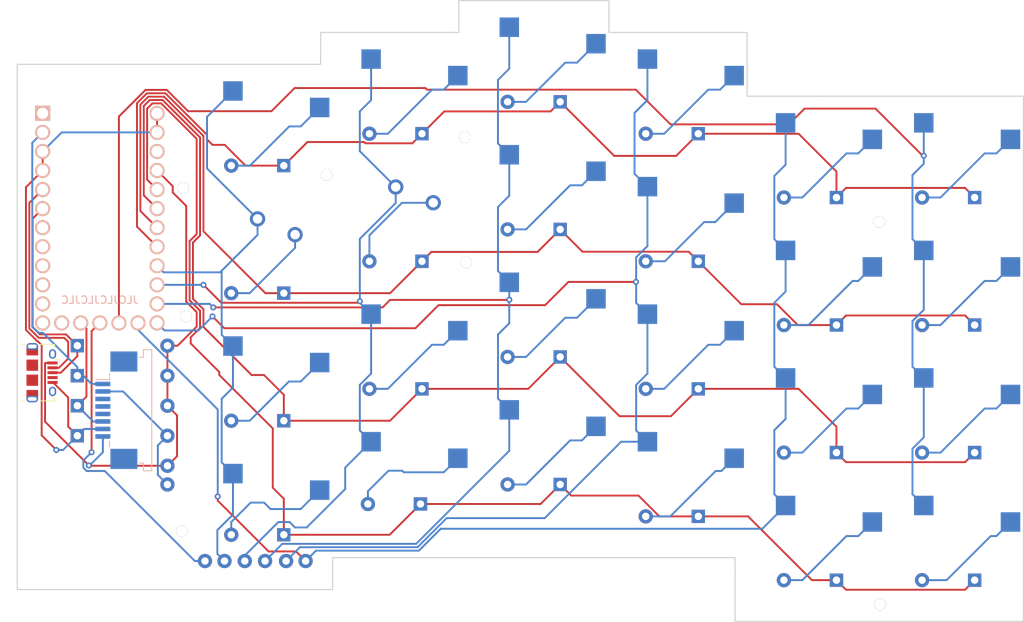
<source format=kicad_pcb>
(kicad_pcb (version 20211014) (generator pcbnew)
  (title_block (title "keyboard") (rev "v1.0.0") (company "Unknown"))
  (layers (0 "F.Cu" signal) (31 "B.Cu" signal) (34 "B.Paste" user) (35 "F.Paste" user) (36 "B.SilkS" user "B.Silkscreen") (37 "F.SilkS" user "F.Silkscreen") (38 "B.Mask" user) (39 "F.Mask" user) (44 "Edge.Cuts" user))
  (net 0 "")
  (net 1 "inner_top")
  (net 2 "B1")
  (net 3 "index_top")
  (net 4 "B3")
  (net 5 "inner_bottom")
  (net 6 "inner_home")
  (net 7 "inner_nums")
  (net 8 "index_bottom")
  (net 9 "index_home")
  (net 10 "index_nums")
  (net 11 "middle_bottom")
  (net 12 "B2")
  (net 13 "middle_home")
  (net 14 "middle_top")
  (net 15 "middle_nums")
  (net 16 "ring_bottom")
  (net 17 "B6")
  (net 18 "ring_home")
  (net 19 "ring_top")
  (net 20 "ring_nums")
  (net 21 "pinky_bottom")
  (net 22 "F0")
  (net 23 "pinky_home")
  (net 24 "pinky_top")
  (net 25 "pinky_nums")
  (net 26 "outer_bottom")
  (net 27 "F1")
  (net 28 "outer_home")
  (net 29 "outer_top")
  (net 30 "outer_nums")
  (net 31 "F4")
  (net 32 "F5")
  (net 33 "F6")
  (net 34 "F7")
  (net 35 "GND")
  (net 36 "RST")
  (net 37 "VCC")
  (net 38 "D3")
  (net 39 "D2")
  (net 40 "D1")
  (net 41 "D0")
  (net 42 "D4")
  (net 43 "C6")
  (net 44 "D7")
  (net 45 "E6")
  (net 46 "B4")
  (net 47 "B5")
  (net 48 "B7")
  (net 49 "D5")
  (net 50 "C7")
  (net 51 "trackpoint_reset")
  (footprint "VIA-0.6mm" (layer "F.Cu") (at 140.1 106)
    (fp_text reference "")
    (fp_text value "")
  )
  (footprint "" (layer "F.Cu") (at 153.8 155.7)
    (fp_text reference "")
    (fp_text value "")
  )
  (footprint "ComboDiode" (layer "F.Cu") (at 150 103 180)
    (fp_text reference "D4" hide)
    (fp_text value "" hide)
  )
  (footprint "ComboDiode" (layer "F.Cu") (at 223.6 124.25 180)
    (fp_text reference "D19" hide)
    (fp_text value "" hide)
  )
  (footprint "PG1350" (layer "F.Cu") (at 223.6 103.25)
    (fp_text reference "S20" hide)
    (fp_text value "" hide)
  )
  (footprint "PG1350" (layer "F.Cu") (at 205.2 128.75)
    (fp_text reference "S14" hide)
    (fp_text value "" hide)
  )
  (footprint "PG1350" (layer "F.Cu") (at 168.4 111.75)
    (fp_text reference "S2" hide)
    (fp_text value "" hide)
  )
  (footprint "ComboDiode" (layer "F.Cu") (at 186.8 111.5 180)
    (fp_text reference "D11" hide)
    (fp_text value "" hide)
  )
  (footprint "ComboDiode" (layer "F.Cu") (at 132 127)
    (fp_text reference "D25" hide)
    (fp_text value "" hide)
  )
  (footprint "ComboDiode" (layer "F.Cu") (at 132 135)
    (fp_text reference "D27" hide)
    (fp_text value "" hide)
  )
  (footprint "ComboDiode" (layer "F.Cu") (at 186.8 145.5 180)
    (fp_text reference "D9" hide)
    (fp_text value "" hide)
  )
  (footprint "PG1350" (layer "F.Cu") (at 205.2 145.75)
    (fp_text reference "S13" hide)
    (fp_text value "" hide)
  )
  (footprint "PG1350" (layer "F.Cu") (at 223.6 120.25)
    (fp_text reference "S19" hide)
    (fp_text value "" hide)
  )
  (footprint "ComboDiode" (layer "F.Cu") (at 242 124.25 180)
    (fp_text reference "D23" hide)
    (fp_text value "" hide)
  )
  (footprint "VIA-0.6mm" (layer "F.Cu") (at 177.6 99.2)
    (fp_text reference "")
    (fp_text value "")
  )
  (footprint "VIA-0.6mm" (layer "F.Cu") (at 139.9 151.7)
    (fp_text reference "")
    (fp_text value "")
  )
  (footprint "PG1350" (layer "F.Cu") (at 205.2 111.75)
    (fp_text reference "S15" hide)
    (fp_text value "" hide)
  )
  (footprint "ComboDiode" (layer "F.Cu") (at 205.2 149.75 180)
    (fp_text reference "D13" hide)
    (fp_text value "" hide)
  )
  (footprint "VIA-0.6mm" (layer "F.Cu") (at 232.8 110.5)
    (fp_text reference "")
    (fp_text value "")
  )
  (footprint "PG1350" (layer "F.Cu") (at 150 99)
    (fp_text reference "S5" hide)
    (fp_text value "" hide)
  )
  (footprint "" (layer "F.Cu") (at 156.4 155.7)
    (fp_text reference "")
    (fp_text value "")
  )
  (footprint "PG1350" (layer "F.Cu") (at 223.6 154.25)
    (fp_text reference "S17" hide)
    (fp_text value "" hide)
  )
  (footprint "PG1350" (layer "F.Cu") (at 223.6 137.25)
    (fp_text reference "S18" hide)
    (fp_text value "" hide)
  )
  (footprint "PG1350" (layer "F.Cu") (at 242 137.25)
    (fp_text reference "S22" hide)
    (fp_text value "" hide)
  )
  (footprint "ComboDiode" (layer "F.Cu") (at 223.6 141.25 180)
    (fp_text reference "D18" hide)
    (fp_text value "" hide)
  )
  (footprint "ComboDiode" (layer "F.Cu") (at 168.4 115.75 180)
    (fp_text reference "D7" hide)
    (fp_text value "" hide)
  )
  (footprint "" (layer "F.Cu") (at 145.6 155.7)
    (fp_text reference "")
    (fp_text value "")
  )
  (footprint "ComboDiode" (layer "F.Cu") (at 168.4 98.75 180)
    (fp_text reference "D8" hide)
    (fp_text value "" hide)
  )
  (footprint "PG1350" (layer "F.Cu") (at 150 133)
    (fp_text reference "S4" hide)
    (fp_text value "" hide)
  )
  (footprint "VIA-0.6mm" (layer "F.Cu") (at 138 143)
    (fp_text reference "REF**" hide)
    (fp_text value "VIA-0.6mm" hide)
  )
  (footprint "" (layer "F.Cu") (at 151 155.7)
    (fp_text reference "")
    (fp_text value "")
  )
  (footprint "PG1350" (layer "F.Cu") (at 186.8 90.5)
    (fp_text reference "S12" hide)
    (fp_text value "" hide)
  )
  (footprint "ComboDiode" (layer "F.Cu") (at 150 137 180)
    (fp_text reference "D2" hide)
    (fp_text value "" hide)
  )
  (footprint "ComboDiode" (layer "F.Cu") (at 132 131)
    (fp_text reference "D26" hide)
    (fp_text value "" hide)
  )
  (footprint "Elite-C-castellated-29pin-holes" (layer "F.Cu") (at 129 110 -90)
    (fp_text reference "")
    (fp_text value "")
  )
  (footprint "PG1350" (layer "F.Cu") (at 205.2 94.75)
    (fp_text reference "S16" hide)
    (fp_text value "" hide)
  )
  (footprint "VIA-0.6mm" (layer "F.Cu") (at 140.5 123.1)
    (fp_text reference "")
    (fp_text value "")
  )
  (footprint "ComboDiode" (layer "F.Cu") (at 168.4 132.75 180)
    (fp_text reference "D6" hide)
    (fp_text value "" hide)
  )
  (footprint "ComboDiode" (layer "F.Cu") (at 168.2 148.1 180)
    (fp_text reference "D5" hide)
    (fp_text value "" hide)
  )
  (footprint "PG1350" (layer "F.Cu") (at 186.8 124.5)
    (fp_text reference "S10" hide)
    (fp_text value "" hide)
  )
  (footprint "ComboDiode" (layer "F.Cu") (at 150 152.2 180)
    (fp_text reference "D1" hide)
    (fp_text value "" hide)
  )
  (footprint "PG1350" (layer "F.Cu") (at 186.8 107.5)
    (fp_text reference "S11" hide)
    (fp_text value "" hide)
  )
  (footprint "ComboDiode" (layer "F.Cu") (at 242 158.25 180)
    (fp_text reference "D21" hide)
    (fp_text value "" hide)
  )
  (footprint "PG1350" (layer "F.Cu") (at 168.4 128.75)
    (fp_text reference "S7" hide)
    (fp_text value "" hide)
  )
  (footprint "" (layer "F.Cu") (at 143 155.7)
    (fp_text reference "")
    (fp_text value "")
  )
  (footprint "PG1350" (layer "F.Cu") (at 242 103.25)
    (fp_text reference "S24" hide)
    (fp_text value "" hide)
  )
  (footprint "VIA-0.6mm" (layer "F.Cu") (at 232.9 161.5)
    (fp_text reference "")
    (fp_text value "")
  )
  (footprint "ComboDiode" (layer "F.Cu") (at 186.8 128.5 180)
    (fp_text reference "D10" hide)
    (fp_text value "" hide)
  )
  (footprint "ComboDiode" (layer "F.Cu") (at 242 107.25 180)
    (fp_text reference "D24" hide)
    (fp_text value "" hide)
  )
  (footprint "VIA-0.6mm" (layer "F.Cu") (at 138 145.5)
    (fp_text reference "REF**" hide)
    (fp_text value "VIA-0.6mm" hide)
  )
  (footprint "PG1350" (layer "F.Cu") (at 242 120.25)
    (fp_text reference "S23" hide)
    (fp_text value "" hide)
  )
  (footprint "PG1350" (layer "F.Cu") (at 168.4 94.75)
    (fp_text reference "S8" hide)
    (fp_text value "" hide)
  )
  (footprint "PG1350" (layer "F.Cu") (at 186.8 141.5)
    (fp_text reference "S9" hide)
    (fp_text value "" hide)
  )
  (footprint "ComboDiode" (layer "F.Cu") (at 205.2 98.75 180)
    (fp_text reference "D16" hide)
    (fp_text value "" hide)
  )
  (footprint "PG1350" (layer "F.Cu") (at 150 116)
    (fp_text reference "S1" hide)
    (fp_text value "" hide)
  )
  (footprint "" (layer "F.Cu") (at 148.3 155.7)
    (fp_text reference "")
    (fp_text value "")
  )
  (footprint "PG1350" (layer "F.Cu") (at 242 154.25)
    (fp_text reference "S21" hide)
    (fp_text value "" hide)
  )
  (footprint "VIA-0.6mm" (layer "F.Cu") (at 177.8 115.9)
    (fp_text reference "")
    (fp_text value "")
  )
  (footprint "ComboDiode" (layer "F.Cu") (at 186.8 94.5 180)
    (fp_text reference "D12" hide)
    (fp_text value "" hide)
  )
  (footprint "ComboDiode" (layer "F.Cu") (at 150 120 180)
    (fp_text reference "D3" hide)
    (fp_text value "" hide)
  )
  (footprint "ComboDiode" (layer "F.Cu") (at 205.2 115.75 180)
    (fp_text reference "D15" hide)
    (fp_text value "" hide)
  )
  (footprint "ComboDiode" (layer "F.Cu") (at 132 139)
    (fp_text reference "D28" hide)
    (fp_text value "" hide)
  )
  (footprint "Connector_USB:USB_Micro-B_Amphenol_10118194_Horizontal" (layer "F.Cu") (at 121.3 130.6 -90)
    (fp_text reference "")
    (fp_text value "USB_Micro-B_Amphenol_10118194_Horizontal")
  )
  (footprint "ComboDiode" (layer "F.Cu") (at 205.2 132.75 180)
    (fp_text reference "D14" hide)
    (fp_text value "" hide)
  )
  (footprint "VIA-0.6mm" (layer "F.Cu") (at 159.2 104.25)
    (fp_text reference "")
    (fp_text value "")
  )
  (footprint "ComboDiode" (layer "F.Cu") (at 242 141.25 180)
    (fp_text reference "D22" hide)
    (fp_text value "" hide)
  )
  (footprint "PG1350" (layer "F.Cu") (at 150 150)
    (fp_text reference "S3" hide)
    (fp_text value "" hide)
  )
  (footprint "ComboDiode" (layer "F.Cu") (at 223.6 158.25 180)
    (fp_text reference "D17" hide)
    (fp_text value "" hide)
  )
  (footprint "ComboDiode" (layer "F.Cu") (at 223.6 107.25 180)
    (fp_text reference "D20" hide)
    (fp_text value "" hide)
  )
  (footprint "PG1350" (layer "F.Cu") (at 168.4 145.75)
    (fp_text reference "S6" hide)
    (fp_text value "" hide)
  )
  (footprint "Connector_FFC-FPC:TE_84952-8_1x08-1MP_P1.0mm_Horizontal" (layer "B.Cu") (at 131.2 135.6 -90)
    (fp_text reference "")
    (fp_text value "TE_84952-8_1x08-1MP_P1.0mm_Horizontal")
  )
  (gr_line (start 118 89.5) (end 118 159.5) (layer "Edge.Cuts") (width 0.15))
  (gr_line (start 215.2 92.25) (end 215.2 85.25) (layer "Edge.Cuts") (width 0.15))
  (gr_line (start 215.2 92.25) (end 215.2 93.75) (layer "Edge.Cuts") (width 0.15))
  (gr_line (start 160 155.25) (end 213.6 155.25) (layer "Edge.Cuts") (width 0.15))
  (gr_line (start 176.8 81) (end 176.8 85.25) (layer "Edge.Cuts") (width 0.15))
  (gr_line (start 118 89.5) (end 158.4 89.5) (layer "Edge.Cuts") (width 0.15))
  (gr_line (start 160 159.5) (end 160 155.25) (layer "Edge.Cuts") (width 0.15))
  (gr_line (start 196.8 85.25) (end 196.8 81) (layer "Edge.Cuts") (width 0.15))
  (gr_line (start 213.6 156.75) (end 213.6 163.75) (layer "Edge.Cuts") (width 0.15))
  (gr_line (start 225.2 93.75) (end 252 93.75) (layer "Edge.Cuts") (width 0.15))
  (gr_line (start 213.6 156.75) (end 213.6 155.25) (layer "Edge.Cuts") (width 0.15))
  (gr_line (start 158.4 85.25) (end 158.4 89.5) (layer "Edge.Cuts") (width 0.15))
  (gr_line (start 196.8 81) (end 176.8 81) (layer "Edge.Cuts") (width 0.15))
  (gr_line (start 158.4 85.25) (end 176.8 85.25) (layer "Edge.Cuts") (width 0.15))
  (gr_line (start 118 159.5) (end 160 159.5) (layer "Edge.Cuts") (width 0.15))
  (gr_line (start 196.8 85.25) (end 215.2 85.25) (layer "Edge.Cuts") (width 0.15))
  (gr_line (start 252 163.75) (end 252 93.75) (layer "Edge.Cuts") (width 0.15))
  (gr_line (start 213.6 163.75) (end 252 163.75) (layer "Edge.Cuts") (width 0.15))
  (gr_line (start 215.2 93.75) (end 225.2 93.75) (layer "Edge.Cuts") (width 0.15))
  (gr_text "JLCJLCJLCJLC" (at 129 120.9) (layer "B.SilkS") (effects (font (size 1 1)) (justify mirror)))
  (segment (start 155 113.954323) (end 148.954323 120) (width 0.25) (layer "B.Cu") (net 1))
  (segment (start 155 112.2) (end 155 113.954323) (width 0.25) (layer "B.Cu") (net 1))
  (segment (start 148.954323 120) (end 146.5 120) (width 0.25) (layer "B.Cu") (net 1))
  (segment (start 144.6475 154.7475) (end 144.6475 151.585508) (width 0.25) (layer "B.Cu") (net 2))
  (segment (start 145.222989 125.547989) (end 145.222989 117.010019) (width 0.25) (layer "B.Cu") (net 2))
  (segment (start 137.495421 117.225421) (end 136.62 116.35) (width 0.25) (layer "B.Cu") (net 2))
  (segment (start 146.725 127.05) (end 145.222989 125.547989) (width 0.25) (layer "B.Cu") (net 2))
  (segment (start 150 112.233008) (end 150 110.1) (width 0.25) (layer "B.Cu") (net 2))
  (segment (start 145.6 155.7) (end 144.6475 154.7475) (width 0.25) (layer "B.Cu") (net 2))
  (segment (start 144.6475 151.585508) (end 146.725 149.508008) (width 0.25) (layer "B.Cu") (net 2))
  (segment (start 143.274579 96.500421) (end 146.725 93.05) (width 0.25) (layer "B.Cu") (net 2))
  (segment (start 150 110.1) (end 143.274579 103.374579) (width 0.25) (layer "B.Cu") (net 2))
  (segment (start 145.222989 117.010019) (end 145.007587 117.225421) (width 0.25) (layer "B.Cu") (net 2))
  (segment (start 145.222989 142.547989) (end 145.222989 134.077011) (width 0.25) (layer "B.Cu") (net 2))
  (segment (start 146.725 149.508008) (end 146.725 144.05) (width 0.25) (layer "B.Cu") (net 2))
  (segment (start 146.725 132.575) (end 146.725 127.05) (width 0.25) (layer "B.Cu") (net 2))
  (segment (start 146.725 144.05) (end 145.222989 142.547989) (width 0.25) (layer "B.Cu") (net 2))
  (segment (start 145.222989 117.010019) (end 150 112.233008) (width 0.25) (layer "B.Cu") (net 2))
  (segment (start 145.007587 117.225421) (end 137.495421 117.225421) (width 0.25) (layer "B.Cu") (net 2))
  (segment (start 145.222989 134.077011) (end 146.725 132.575) (width 0.25) (layer "B.Cu") (net 2))
  (segment (start 143.274579 103.374579) (end 143.274579 96.500421) (width 0.25) (layer "B.Cu") (net 2))
  (segment (start 164.9 112.295677) (end 169.245677 107.95) (width 0.25) (layer "B.Cu") (net 3))
  (segment (start 164.9 115.75) (end 164.9 112.295677) (width 0.25) (layer "B.Cu") (net 3))
  (segment (start 169.245677 107.95) (end 173.4 107.95) (width 0.25) (layer "B.Cu") (net 3))
  (segment (start 145.177011 121.277011) (end 163.422989 121.277011) (width 0.25) (layer "F.Cu") (net 4))
  (segment (start 142.8 118.9) (end 145.177011 121.277011) (width 0.25) (layer "F.Cu") (net 4))
  (segment (start 163.422989 121.277011) (end 163.6 121.1) (width 0.25) (layer "F.Cu") (net 4))
  (via (at 142.8 118.9) (size 0.8) (drill 0.4) (layers "F.Cu" "B.Cu") (net 4))
  (via (at 163.622989 121.077011) (size 0.8) (drill 0.4) (layers "F.Cu" "B.Cu") (net 4))
  (segment (start 163.622989 112.760019) (end 163.622989 121.077011) (width 0.25) (layer "B.Cu") (net 4))
  (segment (start 148.3 154.972978) (end 152.765391 150.507587) (width 0.25) (layer "B.Cu") (net 4))
  (segment (start 154.992413 151.225421) (end 156.548601 151.225421) (width 0.25) (layer "B.Cu") (net 4))
  (segment (start 163.622989 121.297989) (end 165.125 122.8) (width 0.25) (layer "B.Cu") (net 4))
  (segment (start 148.3 155.7) (end 148.3 154.972978) (width 0.25) (layer "B.Cu") (net 4))
  (segment (start 163.622989 95.760019) (end 163.622989 101.072989) (width 0.25) (layer "B.Cu") (net 4))
  (segment (start 163.622989 121.077011) (end 163.622989 121.297989) (width 0.25) (layer "B.Cu") (net 4))
  (segment (start 168.4 105.85) (end 168.4 107.983008) (width 0.25) (layer "B.Cu") (net 4))
  (segment (start 161.674579 143.250421) (end 165.125 139.8) (width 0.25) (layer "B.Cu") (net 4))
  (segment (start 165.125 94.258008) (end 163.622989 95.760019) (width 0.25) (layer "B.Cu") (net 4))
  (segment (start 142.79 118.89) (end 142.8 118.9) (width 0.25) (layer "B.Cu") (net 4))
  (segment (start 136.62 118.89) (end 142.79 118.89) (width 0.25) (layer "B.Cu") (net 4))
  (segment (start 154.274579 150.507587) (end 154.992413 151.225421) (width 0.25) (layer "B.Cu") (net 4))
  (segment (start 161.674579 146.099443) (end 161.674579 143.250421) (width 0.25) (layer "B.Cu") (net 4))
  (segment (start 168.4 107.983008) (end 163.622989 112.760019) (width 0.25) (layer "B.Cu") (net 4))
  (segment (start 165.125 130.719033) (end 163.622989 132.221044) (width 0.25) (layer "B.Cu") (net 4))
  (segment (start 165.125 88.8) (end 165.125 94.258008) (width 0.25) (layer "B.Cu") (net 4))
  (segment (start 156.548601 151.225421) (end 161.674579 146.099443) (width 0.25) (layer "B.Cu") (net 4))
  (segment (start 152.765391 150.507587) (end 154.274579 150.507587) (width 0.25) (layer "B.Cu") (net 4))
  (segment (start 163.622989 101.072989) (end 168.4 105.85) (width 0.25) (layer "B.Cu") (net 4))
  (segment (start 165.125 122.8) (end 165.125 130.719033) (width 0.25) (layer "B.Cu") (net 4))
  (segment (start 163.622989 132.221044) (end 163.622989 138.297989) (width 0.25) (layer "B.Cu") (net 4))
  (segment (start 163.622989 138.297989) (end 165.125 139.8) (width 0.25) (layer "B.Cu") (net 4))
  (segment (start 158.275 146.25) (end 155.750421 148.774579) (width 0.25) (layer "B.Cu") (net 5))
  (segment (start 146.5 150.5) (end 146.5 152.2) (width 0.25) (layer "B.Cu") (net 5))
  (segment (start 150.865302 147.910979) (end 149.089021 147.910979) (width 0.25) (layer "B.Cu") (net 5))
  (segment (start 151.728902 148.774579) (end 150.865302 147.910979) (width 0.25) (layer "B.Cu") (net 5))
  (segment (start 155.750421 148.774579) (end 151.728902 148.774579) (width 0.25) (layer "B.Cu") (net 5))
  (segment (start 149.089021 147.910979) (end 146.5 150.5) (width 0.25) (layer "B.Cu") (net 5))
  (segment (start 154.179744 131.774579) (end 148.954323 137) (width 0.25) (layer "B.Cu") (net 6))
  (segment (start 158.275 129.25) (end 155.750421 131.774579) (width 0.25) (layer "B.Cu") (net 6))
  (segment (start 148.954323 137) (end 146.5 137) (width 0.25) (layer "B.Cu") (net 6))
  (segment (start 155.750421 131.774579) (end 154.179744 131.774579) (width 0.25) (layer "B.Cu") (net 6))
  (segment (start 154.225421 97.774579) (end 149 103) (width 0.25) (layer "B.Cu") (net 7))
  (segment (start 149 103) (end 146.5 103) (width 0.25) (layer "B.Cu") (net 7))
  (segment (start 158.275 95.25) (end 155.750421 97.774579) (width 0.25) (layer "B.Cu") (net 7))
  (segment (start 155.750421 97.774579) (end 154.225421 97.774579) (width 0.25) (layer "B.Cu") (net 7))
  (segment (start 169.478844 143.874521) (end 169.265302 143.660979) (width 0.25) (layer "B.Cu") (net 8))
  (segment (start 174.800479 143.874521) (end 169.478844 143.874521) (width 0.25) (layer "B.Cu") (net 8))
  (segment (start 169.265302 143.660979) (end 167.439021 143.660979) (width 0.25) (layer "B.Cu") (net 8))
  (segment (start 164.7 146.4) (end 164.7 148.1) (width 0.25) (layer "B.Cu") (net 8))
  (segment (start 176.675 142) (end 174.800479 143.874521) (width 0.25) (layer "B.Cu") (net 8))
  (segment (start 167.439021 143.660979) (end 164.7 146.4) (width 0.25) (layer "B.Cu") (net 8))
  (segment (start 176.675 125) (end 174.800479 126.874521) (width 0.25) (layer "B.Cu") (net 9))
  (segment (start 167.354323 132.75) (end 164.9 132.75) (width 0.25) (layer "B.Cu") (net 9))
  (segment (start 173.229802 126.874521) (end 167.354323 132.75) (width 0.25) (layer "B.Cu") (net 9))
  (segment (start 174.800479 126.874521) (end 173.229802 126.874521) (width 0.25) (layer "B.Cu") (net 9))
  (segment (start 167.354323 98.75) (end 173.229802 92.874521) (width 0.25) (layer "B.Cu") (net 10))
  (segment (start 173.229802 92.874521) (end 174.800479 92.874521) (width 0.25) (layer "B.Cu") (net 10))
  (segment (start 174.800479 92.874521) (end 176.675 91) (width 0.25) (layer "B.Cu") (net 10))
  (segment (start 164.9 98.75) (end 167.354323 98.75) (width 0.25) (layer "B.Cu") (net 10))
  (segment (start 185.754323 145.5) (end 183.3 145.5) (width 0.25) (layer "B.Cu") (net 11))
  (segment (start 191.629802 139.624521) (end 185.754323 145.5) (width 0.25) (layer "B.Cu") (net 11))
  (segment (start 193.200479 139.624521) (end 191.629802 139.624521) (width 0.25) (layer "B.Cu") (net 11))
  (segment (start 195.075 137.75) (end 193.200479 139.624521) (width 0.25) (layer "B.Cu") (net 11))
  (segment (start 144.1 121.9) (end 166.649026 121.9) (width 0.25) (layer "F.Cu") (net 12))
  (segment (start 183.4 120.9) (end 183.5 120.9) (width 0.25) (layer "F.Cu") (net 12))
  (segment (start 166.649026 121.9) (end 167.649026 120.9) (width 0.25) (layer "F.Cu") (net 12))
  (segment (start 167.649026 120.9) (end 183.4 120.9) (width 0.25) (layer "F.Cu") (net 12))
  (via (at 183.525 120.875) (size 0.8) (drill 0.4) (layers "F.Cu" "B.Cu") (net 12))
  (via (at 144.1 121.9) (size 0.8) (drill 0.4) (layers "F.Cu" "B.Cu") (net 12))
  (segment (start 143.63 121.43) (end 144.1 121.9) (width 0.25) (layer "B.Cu") (net 12))
  (segment (start 182.022989 117.047989) (end 182.022989 108.510019) (width 0.25) (layer "B.Cu") (net 12))
  (segment (start 182.022989 134.047989) (end 182.022989 125.510019) (width 0.25) (layer "B.Cu") (net 12))
  (segment (start 182.022989 108.510019) (end 183.525 107.008008) (width 0.25) (layer "B.Cu") (net 12))
  (segment (start 182.016504 100.041504) (end 182.016504 91.583496) (width 0.25) (layer "B.Cu") (net 12))
  (segment (start 183.525 124.008008) (end 183.525 120.875) (width 0.25) (layer "B.Cu") (net 12))
  (segment (start 182.016504 91.583496) (end 183.525 90.075) (width 0.25) (layer "B.Cu") (net 12))
  (segment (start 183.525 101.55) (end 182.016504 100.041504) (width 0.25) (layer "B.Cu") (net 12))
  (segment (start 183.525 118.55) (end 182.022989 117.047989) (width 0.25) (layer "B.Cu") (net 12))
  (segment (start 136.62 121.43) (end 143.63 121.43) (width 0.25) (layer "B.Cu") (net 12))
  (segment (start 171.119497 153.413511) (end 183.525 141.008008) (width 0.25) (layer "B.Cu") (net 12))
  (segment (start 151 155.7) (end 153.286489 153.413511) (width 0.25) (layer "B.Cu") (net 12))
  (segment (start 183.525 90.075) (end 183.525 84.55) (width 0.25) (layer "B.Cu") (net 12))
  (segment (start 183.525 135.55) (end 182.022989 134.047989) (width 0.25) (layer "B.Cu") (net 12))
  (segment (start 183.525 120.875) (end 183.525 118.55) (width 0.25) (layer "B.Cu") (net 12))
  (segment (start 182.022989 125.510019) (end 183.525 124.008008) (width 0.25) (layer "B.Cu") (net 12))
  (segment (start 153.286489 153.413511) (end 171.119497 153.413511) (width 0.25) (layer "B.Cu") (net 12))
  (segment (start 183.525 107.008008) (end 183.525 101.55) (width 0.25) (layer "B.Cu") (net 12))
  (segment (start 183.525 141.008008) (end 183.525 135.55) (width 0.25) (layer "B.Cu") (net 12))
  (segment (start 185.754323 128.5) (end 183.3 128.5) (width 0.25) (layer "B.Cu") (net 13))
  (segment (start 195.075 120.75) (end 192.550421 123.274579) (width 0.25) (layer "B.Cu") (net 13))
  (segment (start 190.979744 123.274579) (end 185.754323 128.5) (width 0.25) (layer "B.Cu") (net 13))
  (segment (start 192.550421 123.274579) (end 190.979744 123.274579) (width 0.25) (layer "B.Cu") (net 13))
  (segment (start 193.200479 105.624521) (end 191.629802 105.624521) (width 0.25) (layer "B.Cu") (net 14))
  (segment (start 191.629802 105.624521) (end 185.754323 111.5) (width 0.25) (layer "B.Cu") (net 14))
  (segment (start 185.754323 111.5) (end 183.3 111.5) (width 0.25) (layer "B.Cu") (net 14))
  (segment (start 195.075 103.75) (end 193.200479 105.624521) (width 0.25) (layer "B.Cu") (net 14))
  (segment (start 195.075 86.75) (end 192.550421 89.274579) (width 0.25) (layer "B.Cu") (net 15))
  (segment (start 185.754323 94.5) (end 183.3 94.5) (width 0.25) (layer "B.Cu") (net 15))
  (segment (start 190.979744 89.274579) (end 185.754323 94.5) (width 0.25) (layer "B.Cu") (net 15))
  (segment (start 192.550421 89.274579) (end 190.979744 89.274579) (width 0.25) (layer "B.Cu") (net 15))
  (segment (start 204.966992 149.75) (end 211.016992 143.7) (width 0.25) (layer "B.Cu") (net 16))
  (segment (start 211.775 143.7) (end 213.475 142) (width 0.25) (layer "B.Cu") (net 16))
  (segment (start 201.7 149.75) (end 204.966992 149.75) (width 0.25) (layer "B.Cu") (net 16))
  (segment (start 211.016992 143.7) (end 211.775 143.7) (width 0.25) (layer "B.Cu") (net 16))
  (segment (start 200.4 118.5) (end 200.5 118.5) (width 0.25) (layer "F.Cu") (net 17))
  (segment (start 171.025479 124.674521) (end 174.1 121.6) (width 0.25) (layer "F.Cu") (net 17))
  (segment (start 188.299026 121.6) (end 191.399026 118.5) (width 0.25) (layer "F.Cu") (net 17))
  (segment (start 144 123.1) (end 145.574521 124.674521) (width 0.25) (layer "F.Cu") (net 17))
  (segment (start 174.1 121.6) (end 188.299026 121.6) (width 0.25) (layer "F.Cu") (net 17))
  (segment (start 145.574521 124.674521) (end 171.025479 124.674521) (width 0.25) (layer "F.Cu") (net 17))
  (segment (start 191.399026 118.5) (end 200.4 118.5) (width 0.25) (layer "F.Cu") (net 17))
  (via (at 144 123.1) (size 0.8) (drill 0.4) (layers "F.Cu" "B.Cu") (net 17))
  (via (at 200.4 118.5) (size 0.8) (drill 0.4) (layers "F.Cu" "B.Cu") (net 17))
  (segment (start 200.207587 95.975421) (end 201.925 94.258008) (width 0.25) (layer "B.Cu") (net 17))
  (segment (start 142.13 124.97) (end 144 123.1) (width 0.25) (layer "B.Cu") (net 17))
  (segment (start 171.305694 153.863031) (end 175.184363 149.984363) (width 0.25) (layer "B.Cu") (net 17))
  (segment (start 175.184363 149.984363) (end 188.242659 149.984363) (width 0.25) (layer "B.Cu") (net 17))
  (segment (start 198.427022 139.8) (end 201.925 139.8) (width 0.25) (layer "B.Cu") (net 17))
  (segment (start 201.925 94.258008) (end 201.925 88.8) (width 0.25) (layer "B.Cu") (net 17))
  (segment (start 201.925 105.8) (end 201.925 113.719033) (width 0.25) (layer "B.Cu") (net 17))
  (segment (start 137.62 124.97) (end 142.13 124.97) (width 0.25) (layer "B.Cu") (net 17))
  (segment (start 155.636969 153.863031) (end 171.305694 153.863031) (width 0.25) (layer "B.Cu") (net 17))
  (segment (start 201.925 105.8) (end 200.207587 104.082587) (width 0.25) (layer "B.Cu") (net 17))
  (segment (start 201.925 130.719033) (end 200.422989 132.221044) (width 0.25) (layer "B.Cu") (net 17))
  (segment (start 201.925 122.8) (end 201.925 130.719033) (width 0.25) (layer "B.Cu") (net 17))
  (segment (start 200.422989 138.297989) (end 201.925 139.8) (width 0.25) (layer "B.Cu") (net 17))
  (segment (start 200.207587 104.082587) (end 200.207587 95.975421) (width 0.25) (layer "B.Cu") (net 17))
  (segment (start 136.62 123.97) (end 137.62 124.97) (width 0.25) (layer "B.Cu") (net 17))
  (segment (start 200.422989 132.221044) (end 200.422989 138.297989) (width 0.25) (layer "B.Cu") (net 17))
  (segment (start 188.242659 149.984363) (end 198.427022 139.8) (width 0.25) (layer "B.Cu") (net 17))
  (segment (start 153.8 155.7) (end 155.636969 153.863031) (width 0.25) (layer "B.Cu") (net 17))
  (segment (start 201.925 113.719033) (end 200.422989 115.221044) (width 0.25) (layer "B.Cu") (net 17))
  (segment (start 200.422989 115.221044) (end 200.422989 121.297989) (width 0.25) (layer "B.Cu") (net 17))
  (segment (start 200.422989 121.297989) (end 201.925 122.8) (width 0.25) (layer "B.Cu") (net 17))
  (segment (start 211.600479 126.874521) (end 213.475 125) (width 0.25) (layer "B.Cu") (net 18))
  (segment (start 210.029802 126.874521) (end 211.600479 126.874521) (width 0.25) (layer "B.Cu") (net 18))
  (segment (start 204.154323 132.75) (end 210.029802 126.874521) (width 0.25) (layer "B.Cu") (net 18))
  (segment (start 201.7 132.75) (end 204.154323 132.75) (width 0.25) (layer "B.Cu") (net 18))
  (segment (start 213.475 108) (end 210.950421 110.524579) (width 0.25) (layer "B.Cu") (net 19))
  (segment (start 209.475421 110.524579) (end 204.25 115.75) (width 0.25) (layer "B.Cu") (net 19))
  (segment (start 204.25 115.75) (end 201.7 115.75) (width 0.25) (layer "B.Cu") (net 19))
  (segment (start 210.950421 110.524579) (end 209.475421 110.524579) (width 0.25) (layer "B.Cu") (net 19))
  (segment (start 211.600479 92.874521) (end 213.475 91) (width 0.25) (layer "B.Cu") (net 20))
  (segment (start 204.154323 98.75) (end 210.029802 92.874521) (width 0.25) (layer "B.Cu") (net 20))
  (segment (start 201.7 98.75) (end 204.154323 98.75) (width 0.25) (layer "B.Cu") (net 20))
  (segment (start 210.029802 92.874521) (end 211.600479 92.874521) (width 0.25) (layer "B.Cu") (net 20))
  (segment (start 222.554323 158.25) (end 228.429802 152.374521) (width 0.25) (layer "B.Cu") (net 21))
  (segment (start 228.429802 152.374521) (end 230.000479 152.374521) (width 0.25) (layer "B.Cu") (net 21))
  (segment (start 220.1 158.25) (end 222.554323 158.25) (width 0.25) (layer "B.Cu") (net 21))
  (segment (start 230.000479 152.374521) (end 231.875 150.5) (width 0.25) (layer "B.Cu") (net 21))
  (segment (start 155.122989 154.422989) (end 156.4 155.7) (width 0.25) (layer "F.Cu") (net 22))
  (segment (start 144.7 147.1) (end 144.7 147.654323) (width 0.25) (layer "F.Cu") (net 22))
  (segment (start 151.468666 154.422989) (end 155.122989 154.422989) (width 0.25) (layer "F.Cu") (net 22))
  (segment (start 144.7 147.654323) (end 151.468666 154.422989) (width 0.25) (layer "F.Cu") (net 22))
  (via (at 144.7 147.1) (size 0.8) (drill 0.4) (layers "F.Cu" "B.Cu") (net 22))
  (segment (start 171.491892 154.312551) (end 174.404443 151.4) (width 0.25) (layer "B.Cu") (net 22))
  (segment (start 218.822989 129.797989) (end 218.822989 121.277011) (width 0.25) (layer "B.Cu") (net 22))
  (segment (start 144.7 135.505967) (end 144.7 147.1) (width 0.25) (layer "B.Cu") (net 22))
  (segment (start 134.08 124.885967) (end 144.7 135.505967) (width 0.25) (layer "B.Cu") (net 22))
  (segment (start 220.325 148.3) (end 218.822989 146.797989) (width 0.25) (layer "B.Cu") (net 22))
  (segment (start 157.787449 154.312551) (end 171.491892 154.312551) (width 0.25) (layer "B.Cu") (net 22))
  (segment (start 220.325 131.3) (end 218.822989 129.797989) (width 0.25) (layer "B.Cu") (net 22))
  (segment (start 174.404443 151.4) (end 217.225 151.4) (width 0.25) (layer "B.Cu") (net 22))
  (segment (start 218.822989 146.797989) (end 218.822989 138.260019) (width 0.25) (layer "B.Cu") (net 22))
  (segment (start 220.325 102.875) (end 220.325 97.3) (width 0.25) (layer "B.Cu") (net 22))
  (segment (start 156.4 155.7) (end 157.787449 154.312551) (width 0.25) (layer "B.Cu") (net 22))
  (segment (start 217.225 151.4) (end 220.325 148.3) (width 0.25) (layer "B.Cu") (net 22))
  (segment (start 134.08 123.97) (end 134.08 124.885967) (width 0.25) (layer "B.Cu") (net 22))
  (segment (start 220.325 136.758008) (end 220.325 131.3) (width 0.25) (layer "B.Cu") (net 22))
  (segment (start 220.325 119.775) (end 220.325 114.3) (width 0.25) (layer "B.Cu") (net 22))
  (segment (start 220.325 114.3) (end 218.822989 112.797989) (width 0.25) (layer "B.Cu") (net 22))
  (segment (start 218.822989 112.797989) (end 218.822989 104.377011) (width 0.25) (layer "B.Cu") (net 22))
  (segment (start 218.822989 104.377011) (end 220.325 102.875) (width 0.25) (layer "B.Cu") (net 22))
  (segment (start 218.822989 138.260019) (end 220.325 136.758008) (width 0.25) (layer "B.Cu") (net 22))
  (segment (start 218.822989 121.277011) (end 220.325 119.775) (width 0.25) (layer "B.Cu") (net 22))
  (segment (start 230.000479 135.374521) (end 231.875 133.5) (width 0.25) (layer "B.Cu") (net 23))
  (segment (start 228.429802 135.374521) (end 230.000479 135.374521) (width 0.25) (layer "B.Cu") (net 23))
  (segment (start 220.1 141.25) (end 222.554323 141.25) (width 0.25) (layer "B.Cu") (net 23))
  (segment (start 222.554323 141.25) (end 228.429802 135.374521) (width 0.25) (layer "B.Cu") (net 23))
  (segment (start 223.366992 124.25) (end 229.242471 118.374521) (width 0.25) (layer "B.Cu") (net 24))
  (segment (start 220.1 124.25) (end 223.366992 124.25) (width 0.25) (layer "B.Cu") (net 24))
  (segment (start 229.242471 118.374521) (end 230.000479 118.374521) (width 0.25) (layer "B.Cu") (net 24))
  (segment (start 230.000479 118.374521) (end 231.875 116.5) (width 0.25) (layer "B.Cu") (net 24))
  (segment (start 230.000479 101.374521) (end 231.875 99.5) (width 0.25) (layer "B.Cu") (net 25))
  (segment (start 220.1 107.25) (end 222.554323 107.25) (width 0.25) (layer "B.Cu") (net 25))
  (segment (start 222.554323 107.25) (end 228.429802 101.374521) (width 0.25) (layer "B.Cu") (net 25))
  (segment (start 228.429802 101.374521) (end 230.000479 101.374521) (width 0.25) (layer "B.Cu") (net 25))
  (segment (start 247.642471 152.374521) (end 248.400479 152.374521) (width 0.25) (layer "B.Cu") (net 26))
  (segment (start 238.5 158.25) (end 241.766992 158.25) (width 0.25) (layer "B.Cu") (net 26))
  (segment (start 241.766992 158.25) (end 247.642471 152.374521) (width 0.25) (layer "B.Cu") (net 26))
  (segment (start 248.400479 152.374521) (end 250.275 150.5) (width 0.25) (layer "B.Cu") (net 26))
  (segment (start 137.913421 92.90741) (end 140.753006 95.746994) (width 0.25) (layer "F.Cu") (net 27))
  (segment (start 222.849026 95.4) (end 232.3 95.4) (width 0.25) (layer "F.Cu") (net 27))
  (segment (start 172.574521 92.874521) (end 200.370198 92.874521) (width 0.25) (layer "F.Cu") (net 27))
  (segment (start 151.852032 95.746994) (end 154.938047 92.660979) (width 0.25) (layer "F.Cu") (net 27))
  (segment (start 172.360979 92.660979) (end 172.574521 92.874521) (width 0.25) (layer "F.Cu") (net 27))
  (segment (start 204.995677 97.5) (end 220.749026 97.5) (width 0.25) (layer "F.Cu") (net 27))
  (segment (start 220.749026 97.5) (end 222.849026 95.4) (width 0.25) (layer "F.Cu") (net 27))
  (segment (start 154.938047 92.660979) (end 172.360979 92.660979) (width 0.25) (layer "F.Cu") (net 27))
  (segment (start 140.753006 95.746994) (end 151.852032 95.746994) (width 0.25) (layer "F.Cu") (net 27))
  (segment (start 135.085438 92.90741) (end 137.913421 92.90741) (width 0.25) (layer "F.Cu") (net 27))
  (segment (start 200.370198 92.874521) (end 204.995677 97.5) (width 0.25) (layer "F.Cu") (net 27))
  (segment (start 232.3 95.4) (end 238.7 101.8) (width 0.25) (layer "F.Cu") (net 27))
  (segment (start 131.54 96.452848) (end 135.085438 92.90741) (width 0.25) (layer "F.Cu") (net 27))
  (segment (start 131.54 123.97) (end 131.54 96.452848) (width 0.25) (layer "F.Cu") (net 27))
  (via (at 238.725 101.675) (size 0.8) (drill 0.4) (layers "F.Cu" "B.Cu") (net 27))
  (segment (start 237.222989 140.721044) (end 237.222989 146.797989) (width 0.25) (layer "B.Cu") (net 27))
  (segment (start 237.222989 104.260019) (end 237.222989 112.797989) (width 0.25) (layer "B.Cu") (net 27))
  (segment (start 237.222989 129.797989) (end 238.725 131.3) (width 0.25) (layer "B.Cu") (net 27))
  (segment (start 238.725 122.219033) (end 237.222989 123.721044) (width 0.25) (layer "B.Cu") (net 27))
  (segment (start 238.725 131.3) (end 238.725 139.219033) (width 0.25) (layer "B.Cu") (net 27))
  (segment (start 237.222989 112.797989) (end 238.725 114.3) (width 0.25) (layer "B.Cu") (net 27))
  (segment (start 237.222989 123.721044) (end 237.222989 129.797989) (width 0.25) (layer "B.Cu") (net 27))
  (segment (start 238.725 102.758008) (end 237.222989 104.260019) (width 0.25) (layer "B.Cu") (net 27))
  (segment (start 237.222989 146.797989) (end 238.725 148.3) (width 0.25) (layer "B.Cu") (net 27))
  (segment (start 238.725 139.219033) (end 237.222989 140.721044) (width 0.25) (layer "B.Cu") (net 27))
  (segment (start 238.725 114.3) (end 238.725 122.219033) (width 0.25) (layer "B.Cu") (net 27))
  (segment (start 238.725 101.675) (end 238.725 102.758008) (width 0.25) (layer "B.Cu") (net 27))
  (segment (start 238.725 97.3) (end 238.725 101.675) (width 0.25) (layer "B.Cu") (net 27))
  (segment (start 246.829802 135.374521) (end 248.400479 135.374521) (width 0.25) (layer "B.Cu") (net 28))
  (segment (start 248.400479 135.374521) (end 250.275 133.5) (width 0.25) (layer "B.Cu") (net 28))
  (segment (start 238.5 141.25) (end 240.954323 141.25) (width 0.25) (layer "B.Cu") (net 28))
  (segment (start 240.954323 141.25) (end 246.829802 135.374521) (width 0.25) (layer "B.Cu") (net 28))
  (segment (start 240.954323 124.25) (end 246.829802 118.374521) (width 0.25) (layer "B.Cu") (net 29))
  (segment (start 246.829802 118.374521) (end 248.400479 118.374521) (width 0.25) (layer "B.Cu") (net 29))
  (segment (start 238.5 124.25) (end 240.954323 124.25) (width 0.25) (layer "B.Cu") (net 29))
  (segment (start 248.400479 118.374521) (end 250.275 116.5) (width 0.25) (layer "B.Cu") (net 29))
  (segment (start 248.400479 101.374521) (end 250.275 99.5) (width 0.25) (layer "B.Cu") (net 30))
  (segment (start 238.5 107.25) (end 240.954323 107.25) (width 0.25) (layer "B.Cu") (net 30))
  (segment (start 240.954323 107.25) (end 246.829802 101.374521) (width 0.25) (layer "B.Cu") (net 30))
  (segment (start 246.829802 101.374521) (end 248.400479 101.374521) (width 0.25) (layer "B.Cu") (net 30))
  (segment (start 215.333008 149.75) (end 208.7 149.75) (width 0.25) (layer "F.Cu") (net 31))
  (segment (start 227.1 158.25) (end 223.833008 158.25) (width 0.25) (layer "F.Cu") (net 31))
  (segment (start 137.168632 94.705489) (end 135.994511 94.705489) (width 0.25) (layer "F.Cu") (net 31))
  (segment (start 187.7 148.1) (end 171.7 148.1) (width 0.25) (layer "F.Cu") (net 31))
  (segment (start 135.994511 94.705489) (end 135.295489 95.404511) (width 0.25) (layer "F.Cu") (net 31))
  (segment (start 223.833008 158.25) (end 215.333008 149.75) (width 0.25) (layer "F.Cu") (net 31))
  (segment (start 244.222989 159.527011) (end 228.377011 159.527011) (width 0.25) (layer "F.Cu") (net 31))
  (segment (start 141.894522 112.12028) (end 141.894521 99.431378) (width 0.25) (layer "F.Cu") (net 31))
  (segment (start 171.7 148.1) (end 167.6 152.2) (width 0.25) (layer "F.Cu") (net 31))
  (segment (start 141.894521 99.431378) (end 137.168632 94.705489) (width 0.25) (layer "F.Cu") (net 31))
  (segment (start 142.344041 124.638714) (end 142.344041 122.336172) (width 0.25) (layer "F.Cu") (net 31))
  (segment (start 203.505967 149.75) (end 200.731388 146.975421) (width 0.25) (layer "F.Cu") (net 31))
  (segment (start 190.3 145.5) (end 187.7 148.1) (width 0.25) (layer "F.Cu") (net 31))
  (segment (start 153.5 152.2) (end 153.5 147.400974) (width 0.25) (layer "F.Cu") (net 31))
  (segment (start 167.6 152.2) (end 153.5 152.2) (width 0.25) (layer "F.Cu") (net 31))
  (segment (start 152.027161 145.928135) (end 152.027161 138.027161) (width 0.25) (layer "F.Cu") (net 31))
  (segment (start 141.1 126.7) (end 141.1 125.882756) (width 0.25) (layer "F.Cu") (net 31))
  (segment (start 140.94952 113.065282) (end 141.894522 112.12028) (width 0.25) (layer "F.Cu") (net 31))
  (segment (start 140.94952 120.94165) (end 140.94952 113.065282) (width 0.25) (layer "F.Cu") (net 31))
  (segment (start 144.9 130.5) (end 141.1 126.7) (width 0.25) (layer "F.Cu") (net 31))
  (segment (start 141.1 125.882756) (end 142.344041 124.638714) (width 0.25) (layer "F.Cu") (net 31))
  (segment (start 135.295489 104.865489) (end 136.62 106.19) (width 0.25) (layer "F.Cu") (net 31))
  (segment (start 228.377011 159.527011) (end 227.1 158.25) (width 0.25) (layer "F.Cu") (net 31))
  (segment (start 135.295489 95.404511) (end 135.295489 104.865489) (width 0.25) (layer "F.Cu") (net 31))
  (segment (start 142.344041 122.336172) (end 140.94952 120.94165) (width 0.25) (layer "F.Cu") (net 31))
  (segment (start 152.027161 138.027161) (end 144.9 130.9) (width 0.25) (layer "F.Cu") (net 31))
  (segment (start 200.731388 146.975421) (end 191.775421 146.975421) (width 0.25) (layer "F.Cu") (net 31))
  (segment (start 208.7 149.75) (end 203.505967 149.75) (width 0.25) (layer "F.Cu") (net 31))
  (segment (start 245.5 158.25) (end 244.222989 159.527011) (width 0.25) (layer "F.Cu") (net 31))
  (segment (start 144.9 130.9) (end 144.9 130.5) (width 0.25) (layer "F.Cu") (net 31))
  (segment (start 191.775421 146.975421) (end 190.3 145.5) (width 0.25) (layer "F.Cu") (net 31))
  (segment (start 153.5 147.400974) (end 152.027161 145.928135) (width 0.25) (layer "F.Cu") (net 31))
  (segment (start 135.644031 94.255969) (end 134.845969 95.054031) (width 0.25) (layer "F.Cu") (net 32))
  (segment (start 153.5 137) (end 167.65 137) (width 0.25) (layer "F.Cu") (net 32))
  (segment (start 167.65 137) (end 171.9 132.75) (width 0.25) (layer "F.Cu") (net 32))
  (segment (start 208.7 132.75) (end 222.054323 132.75) (width 0.25) (layer "F.Cu") (net 32))
  (segment (start 227.1 137.795677) (end 227.1 141.25) (width 0.25) (layer "F.Cu") (net 32))
  (segment (start 142.344042 112.306478) (end 142.344041 99.245181) (width 0.25) (layer "F.Cu") (net 32))
  (segment (start 171.9 132.75) (end 186.05 132.75) (width 0.25) (layer "F.Cu") (net 32))
  (segment (start 142.793561 124.493561) (end 142.793561 122.149973) (width 0.25) (layer "F.Cu") (net 32))
  (segment (start 142.793561 122.149973) (end 141.39904 120.755452) (width 0.25) (layer "F.Cu") (net 32))
  (segment (start 150.865302 130.910979) (end 149.210979 130.910979) (width 0.25) (layer "F.Cu") (net 32))
  (segment (start 153.5 133.545677) (end 150.865302 130.910979) (width 0.25) (layer "F.Cu") (net 32))
  (segment (start 228.377011 142.527011) (end 244.222989 142.527011) (width 0.25) (layer "F.Cu") (net 32))
  (segment (start 142.344041 99.245181) (end 137.354829 94.255969) (width 0.25) (layer "F.Cu") (net 32))
  (segment (start 244.222989 142.527011) (end 245.5 141.25) (width 0.25) (layer "F.Cu") (net 32))
  (segment (start 190.3 128.5) (end 198.2 136.4) (width 0.25) (layer "F.Cu") (net 32))
  (segment (start 141.399039 113.251481) (end 142.344042 112.306478) (width 0.25) (layer "F.Cu") (net 32))
  (segment (start 134.845969 106.955969) (end 136.62 108.73) (width 0.25) (layer "F.Cu") (net 32))
  (segment (start 186.05 132.75) (end 190.3 128.5) (width 0.25) (layer "F.Cu") (net 32))
  (segment (start 205.05 136.4) (end 208.7 132.75) (width 0.25) (layer "F.Cu") (net 32))
  (segment (start 222.054323 132.75) (end 227.1 137.795677) (width 0.25) (layer "F.Cu") (net 32))
  (segment (start 198.2 136.4) (end 205.05 136.4) (width 0.25) (layer "F.Cu") (net 32))
  (segment (start 134.845969 95.054031) (end 134.845969 106.955969) (width 0.25) (layer "F.Cu") (net 32))
  (segment (start 153.5 137) (end 153.5 133.545677) (width 0.25) (layer "F.Cu") (net 32))
  (segment (start 137.354829 94.255969) (end 135.644031 94.255969) (width 0.25) (layer "F.Cu") (net 32))
  (segment (start 149.210979 130.910979) (end 142.793561 124.493561) (width 0.25) (layer "F.Cu") (net 32))
  (segment (start 227.1 141.25) (end 228.377011 142.527011) (width 0.25) (layer "F.Cu") (net 32))
  (segment (start 141.39904 120.755452) (end 141.399039 113.251481) (width 0.25) (layer "F.Cu") (net 32))
  (segment (start 137.541026 93.806449) (end 135.457833 93.806449) (width 0.25) (layer "F.Cu") (net 33))
  (segment (start 153.5 120) (end 151.045677 120) (width 0.25) (layer "F.Cu") (net 33))
  (segment (start 135.457833 93.806449) (end 134.396449 94.867834) (width 0.25) (layer "F.Cu") (net 33))
  (segment (start 190.3 111.5) (end 187.294521 114.505479) (width 0.25) (layer "F.Cu") (net 33))
  (segment (start 134.396449 109.046449) (end 136.62 111.27) (width 0.25) (layer "F.Cu") (net 33))
  (segment (start 214.425421 121.475421) (end 208.7 115.75) (width 0.25) (layer "F.Cu") (net 33))
  (segment (start 142.793561 111.747884) (end 142.793561 99.058984) (width 0.25) (layer "F.Cu") (net 33))
  (segment (start 193.272989 114.472989) (end 190.3 111.5) (width 0.25) (layer "F.Cu") (net 33))
  (segment (start 221.95 124.25) (end 219.175421 121.475421) (width 0.25) (layer "F.Cu") (net 33))
  (segment (start 244.222989 122.972989) (end 228.377011 122.972989) (width 0.25) (layer "F.Cu") (net 33))
  (segment (start 142.793561 99.058984) (end 137.541026 93.806449) (width 0.25) (layer "F.Cu") (net 33))
  (segment (start 208.7 115.75) (end 207.422989 114.472989) (width 0.25) (layer "F.Cu") (net 33))
  (segment (start 151.045677 120) (end 142.793561 111.747884) (width 0.25) (layer "F.Cu") (net 33))
  (segment (start 134.396449 94.867834) (end 134.396449 109.046449) (width 0.25) (layer "F.Cu") (net 33))
  (segment (start 207.422989 114.472989) (end 193.272989 114.472989) (width 0.25) (layer "F.Cu") (net 33))
  (segment (start 187.294521 114.505479) (end 173.144521 114.505479) (width 0.25) (layer "F.Cu") (net 33))
  (segment (start 171.9 115.75) (end 167.65 120) (width 0.25) (layer "F.Cu") (net 33))
  (segment (start 173.144521 114.505479) (end 171.9 115.75) (width 0.25) (layer "F.Cu") (net 33))
  (segment (start 245.5 124.25) (end 244.222989 122.972989) (width 0.25) (layer "F.Cu") (net 33))
  (segment (start 228.377011 122.972989) (end 227.1 124.25) (width 0.25) (layer "F.Cu") (net 33))
  (segment (start 227.1 124.25) (end 221.95 124.25) (width 0.25) (layer "F.Cu") (net 33))
  (segment (start 219.175421 121.475421) (end 214.425421 121.475421) (width 0.25) (layer "F.Cu") (net 33))
  (segment (start 167.65 120) (end 153.5 120) (width 0.25) (layer "F.Cu") (net 33))
  (segment (start 189.022989 95.777011) (end 190.3 94.5) (width 0.25) (layer "F.Cu") (net 34))
  (segment (start 244.222989 105.972989) (end 245.5 107.25) (width 0.25) (layer "F.Cu") (net 34))
  (segment (start 143.992413 100.225421) (end 143.274579 99.507587) (width 0.25) (layer "F.Cu") (net 34))
  (segment (start 190.3 94.5) (end 197.5 101.7) (width 0.25) (layer "F.Cu") (net 34))
  (segment (start 156.644521 99.855479) (end 164.199512 99.855479) (width 0.25) (layer "F.Cu") (net 34))
  (segment (start 135.271635 93.35693) (end 133.94693 94.681635) (width 0.25) (layer "F.Cu") (net 34))
  (segment (start 137.727223 93.356929) (end 135.271635 93.35693) (width 0.25) (layer "F.Cu") (net 34))
  (segment (start 174.872989 95.777011) (end 189.022989 95.777011) (width 0.25) (layer "F.Cu") (net 34))
  (segment (start 145.625421 100.225421) (end 143.992413 100.225421) (width 0.25) (layer "F.Cu") (net 34))
  (segment (start 153.5 103) (end 156.644521 99.855479) (width 0.25) (layer "F.Cu") (net 34))
  (segment (start 171.9 98.75) (end 174.872989 95.777011) (width 0.25) (layer "F.Cu") (net 34))
  (segment (start 227.1 103.795677) (end 227.1 107.25) (width 0.25) (layer "F.Cu") (net 34))
  (segment (start 228.377011 105.972989) (end 244.222989 105.972989) (width 0.25) (layer "F.Cu") (net 34))
  (segment (start 133.94693 111.13693) (end 136.62 113.81) (width 0.25) (layer "F.Cu") (net 34))
  (segment (start 205.75 101.7) (end 208.7 98.75) (width 0.25) (layer "F.Cu") (net 34))
  (segment (start 170.622989 100.027011) (end 171.9 98.75) (width 0.25) (layer "F.Cu") (net 34))
  (segment (start 227.1 107.25) (end 228.377011 105.972989) (width 0.25) (layer "F.Cu") (net 34))
  (segment (start 222.054323 98.75) (end 227.1 103.795677) (width 0.25) (layer "F.Cu") (net 34))
  (segment (start 164.371044 100.027011) (end 170.622989 100.027011) (width 0.25) (layer "F.Cu") (net 34))
  (segment (start 153.5 103) (end 148.4 103) (width 0.25) (layer "F.Cu") (net 34))
  (segment (start 133.94693 94.681635) (end 133.94693 111.13693) (width 0.25) (layer "F.Cu") (net 34))
  (segment (start 143.274579 99.507587) (end 143.274579 98.904285) (width 0.25) (layer "F.Cu") (net 34))
  (segment (start 197.5 101.7) (end 205.75 101.7) (width 0.25) (layer "F.Cu") (net 34))
  (segment (start 148.4 103) (end 145.625421 100.225421) (width 0.25) (layer "F.Cu") (net 34))
  (segment (start 143.274579 98.904285) (end 137.727223 93.356929) (width 0.25) (layer "F.Cu") (net 34))
  (segment (start 164.199512 99.855479) (end 164.371044 100.027011) (width 0.25) (layer "F.Cu") (net 34))
  (segment (start 208.7 98.75) (end 222.054323 98.75) (width 0.25) (layer "F.Cu") (net 34))
  (segment (start 120.665421 126.4) (end 120.718265 126.4) (width 0.25) (layer "F.Cu") (net 35))
  (segment (start 119.156449 105.873551) (end 119.156449 124.891028) (width 0.25) (layer "F.Cu") (net 35))
  (segment (start 121.250969 126.932704) (end 121.250969 136.2) (width 0.25) (layer "F.Cu") (net 35))
  (segment (start 124.786489 137.786489) (end 126 139) (width 0.25) (layer "F.Cu") (net 35))
  (segment (start 119.156449 124.891028) (end 120.665421 126.4) (width 0.25) (layer "F.Cu") (net 35))
  (segment (start 124.786489 133.905797) (end 124.786489 137.786489) (width 0.25) (layer "F.Cu") (net 35))
  (segment (start 121.38 101.11) (end 121.38 103.65) (width 0.25) (layer "F.Cu") (net 35))
  (segment (start 122.7 131.9) (end 122.780692 131.9) (width 0.25) (layer "F.Cu") (net 35))
  (segment (start 136.62 96.03) (end 136.62 98.57) (width 0.25) (layer "F.Cu") (net 35))
  (segment (start 121.250969 138.950969) (end 123.2 140.9) (width 0.25) (layer "F.Cu") (net 35))
  (segment (start 121.38 103.65) (end 119.156449 105.873551) (width 0.25) (layer "F.Cu") (net 35))
  (segment (start 120.718265 126.4) (end 121.250969 126.932704) (width 0.25) (layer "F.Cu") (net 35))
  (segment (start 122.780692 131.9) (end 124.786489 133.905797) (width 0.25) (layer "F.Cu") (net 35))
  (segment (start 121.250969 136.2) (end 121.250969 138.950969) (width 0.25) (layer "F.Cu") (net 35))
  (via (at 123.2 140.9) (size 0.8) (drill 0.4) (layers "F.Cu" "B.Cu") (net 35))
  (segment (start 124.1 140.9) (end 123.2 140.9) (width 0.25) (layer "B.Cu") (net 35))
  (segment (start 129.4 138.1) (end 126.9 138.1) (width 0.25) (layer "B.Cu") (net 35))
  (segment (start 126 139) (end 124.1 140.9) (width 0.25) (layer "B.Cu") (net 35))
  (segment (start 136.62 98.57) (end 123.92 98.57) (width 0.25) (layer "B.Cu") (net 35))
  (segment (start 126.9 138.1) (end 126 139) (width 0.25) (layer "B.Cu") (net 35))
  (segment (start 123.92 98.57) (end 121.38 101.11) (width 0.25) (layer "B.Cu") (net 35))
  (segment (start 139.277011 141.722989) (end 138 143) (width 0.25) (layer "F.Cu") (net 37))
  (segment (start 127.572978 143) (end 138 143) (width 0.25) (layer "F.Cu") (net 37))
  (segment (start 141.894521 124.452517) (end 141.894521 122.522369) (width 0.25) (layer "F.Cu") (net 37))
  (segment (start 127.536489 142.963511) (end 127.572978 143) (width 0.25) (layer "F.Cu") (net 37))
  (segment (start 121.700489 129.374511) (end 121.700489 137.127511) (width 0.25) (layer "F.Cu") (net 37))
  (segment (start 139.277011 136.277011) (end 139.277011 141.722989) (width 0.25) (layer "F.Cu") (net 37))
  (segment (start 122.7 129.3) (end 121.775 129.3) (width 0.25) (layer "F.Cu") (net 37))
  (segment (start 138 135) (end 139.277011 136.277011) (width 0.25) (layer "F.Cu") (net 37))
  (segment (start 138.705479 106.577631) (end 138.705479 105.735479) (width 0.25) (layer "F.Cu") (net 37))
  (segment (start 138 127) (end 138 131) (width 0.25) (layer "F.Cu") (net 37))
  (segment (start 140.5 108.372152) (end 138.705479 106.577631) (width 0.25) (layer "F.Cu") (net 37))
  (segment (start 121.775 129.3) (end 121.700489 129.374511) (width 0.25) (layer "F.Cu") (net 37))
  (segment (start 138.705479 105.735479) (end 136.62 103.65) (width 0.25) (layer "F.Cu") (net 37))
  (segment (start 138 127) (end 139.347038 127) (width 0.25) (layer "F.Cu") (net 37))
  (segment (start 141.894521 122.522369) (end 140.5 121.127848) (width 0.25) (layer "F.Cu") (net 37))
  (segment (start 140.5 121.127848) (end 140.5 108.372152) (width 0.25) (layer "F.Cu") (net 37))
  (segment (start 139.347038 127) (end 141.894521 124.452517) (width 0.25) (layer "F.Cu") (net 37))
  (segment (start 121.700489 137.127511) (end 127.536489 142.963511) (width 0.25) (layer "F.Cu") (net 37))
  (segment (start 138 131) (end 138 135) (width 0.25) (layer "F.Cu") (net 37))
  (via (at 127.536489 142.963511) (size 0.8) (drill 0.4) (layers "F.Cu" "B.Cu") (net 37))
  (segment (start 129.4 141.2) (end 127.636489 142.963511) (width 0.25) (layer "B.Cu") (net 37))
  (segment (start 127.636489 142.963511) (end 127.536489 142.963511) (width 0.25) (layer "B.Cu") (net 37))
  (segment (start 129.4 139.1) (end 129.4 141.2) (width 0.25) (layer "B.Cu") (net 37))
  (segment (start 126 129.861) (end 121.433511 125.294511) (width 0.25) (layer "B.Cu") (net 39))
  (segment (start 127.9 132.1) (end 129.4 132.1) (width 0.25) (layer "B.Cu") (net 39))
  (segment (start 120 124.463143) (end 120 99.95) (width 0.25) (layer "B.Cu") (net 39))
  (segment (start 121.433511 125.294511) (end 120.831368 125.294511) (width 0.25) (layer "B.Cu") (net 39))
  (segment (start 120.831368 125.294511) (end 120 124.463143) (width 0.25) (layer "B.Cu") (net 39))
  (segment (start 126 131) (end 126.8 131) (width 0.25) (layer "B.Cu") (net 39))
  (segment (start 126 131) (end 126 129.861) (width 0.25) (layer "B.Cu") (net 39))
  (segment (start 126.8 131) (end 127.9 132.1) (width 0.25) (layer "B.Cu") (net 39))
  (segment (start 120 99.95) (end 121.38 98.57) (width 0.25) (layer "B.Cu") (net 39))
  (segment (start 119.605969 107.964031) (end 119.605969 124.704829) (width 0.25) (layer "F.Cu") (net 40))
  (segment (start 119.605969 124.704829) (end 120.850659 125.94952) (width 0.25) (layer "F.Cu") (net 40))
  (segment (start 124.786489 128.713511) (end 123.55 129.95) (width 0.25) (layer "F.Cu") (net 40))
  (segment (start 123.55 129.95) (end 122.7 129.95) (width 0.25) (layer "F.Cu") (net 40))
  (segment (start 124.24952 125.94952) (end 124.786489 126.486489) (width 0.25) (layer "F.Cu") (net 40))
  (segment (start 121.38 106.19) (end 119.605969 107.964031) (width 0.25) (layer "F.Cu") (net 40))
  (segment (start 120.850659 125.94952) (end 124.24952 125.94952) (width 0.25) (layer "F.Cu") (net 40))
  (segment (start 124.786489 126.486489) (end 124.786489 128.713511) (width 0.25) (layer "F.Cu") (net 40))
  (segment (start 120.055489 124.518632) (end 120.055489 110.054511) (width 0.25) (layer "F.Cu") (net 41))
  (segment (start 121.036857 125.5) (end 120.055489 124.518632) (width 0.25) (layer "F.Cu") (net 41))
  (segment (start 123.8 130.6) (end 126 128.4) (width 0.25) (layer "F.Cu") (net 41))
  (segment (start 124.5 125.5) (end 121.036857 125.5) (width 0.25) (layer "F.Cu") (net 41))
  (segment (start 122.7 130.6) (end 123.8 130.6) (width 0.25) (layer "F.Cu") (net 41))
  (segment (start 126 127) (end 124.5 125.5) (width 0.25) (layer "F.Cu") (net 41))
  (segment (start 120.055489 110.054511) (end 121.38 108.73) (width 0.25) (layer "F.Cu") (net 41))
  (segment (start 126 128.4) (end 126 127) (width 0.25) (layer "F.Cu") (net 41))
  (segment (start 127.213511 124.723511) (end 126.46 123.97) (width 0.25) (layer "F.Cu") (net 49))
  (segment (start 127.213511 133.786489) (end 127.213511 124.723511) (width 0.25) (layer "F.Cu") (net 49))
  (segment (start 126 135) (end 127.213511 133.786489) (width 0.25) (layer "F.Cu") (net 49))
  (segment (start 129.4 137.1) (end 128.1 137.1) (width 0.25) (layer "B.Cu") (net 49))
  (segment (start 128.1 137.1) (end 126 135) (width 0.25) (layer "B.Cu") (net 49))
  (segment (start 127.9 141.2) (end 127.9 125.07) (width 0.25) (layer "F.Cu") (net 50))
  (segment (start 127.9 125.07) (end 129 123.97) (width 0.25) (layer "F.Cu") (net 50))
  (via (at 127.9 141.2) (size 0.8) (drill 0.4) (layers "F.Cu" "B.Cu") (net 50))
  (segment (start 143 155.7) (end 141.652962 155.7) (width 0.25) (layer "B.Cu") (net 50))
  (segment (start 143 155.7) (end 143.1 155.6) (width 0.25) (layer "B.Cu") (net 50))
  (segment (start 129.652962 143.7) (end 127.248364 143.7) (width 0.25) (layer "B.Cu") (net 50))
  (segment (start 126.8 143.251636) (end 126.8 142.3) (width 0.25) (layer "B.Cu") (net 50))
  (segment (start 141.652962 155.7) (end 129.652962 143.7) (width 0.25) (layer "B.Cu") (net 50))
  (segment (start 126.8 142.3) (end 127.9 141.2) (width 0.25) (layer "B.Cu") (net 50))
  (segment (start 127.248364 143.7) (end 126.8 143.251636) (width 0.25) (layer "B.Cu") (net 50))
  (segment (start 138 139) (end 136.722989 140.277011) (width 0.25) (layer "B.Cu") (net 51))
  (segment (start 132.1 133.1) (end 129.4 133.1) (width 0.25) (layer "B.Cu") (net 51))
  (segment (start 138 139) (end 132.1 133.1) (width 0.25) (layer "B.Cu") (net 51))
  (segment (start 136.722989 140.277011) (end 136.722989 144.222989) (width 0.25) (layer "B.Cu") (net 51))
  (segment (start 136.722989 144.222989) (end 138 145.5) (width 0.25) (layer "B.Cu") (net 51))
)
</source>
